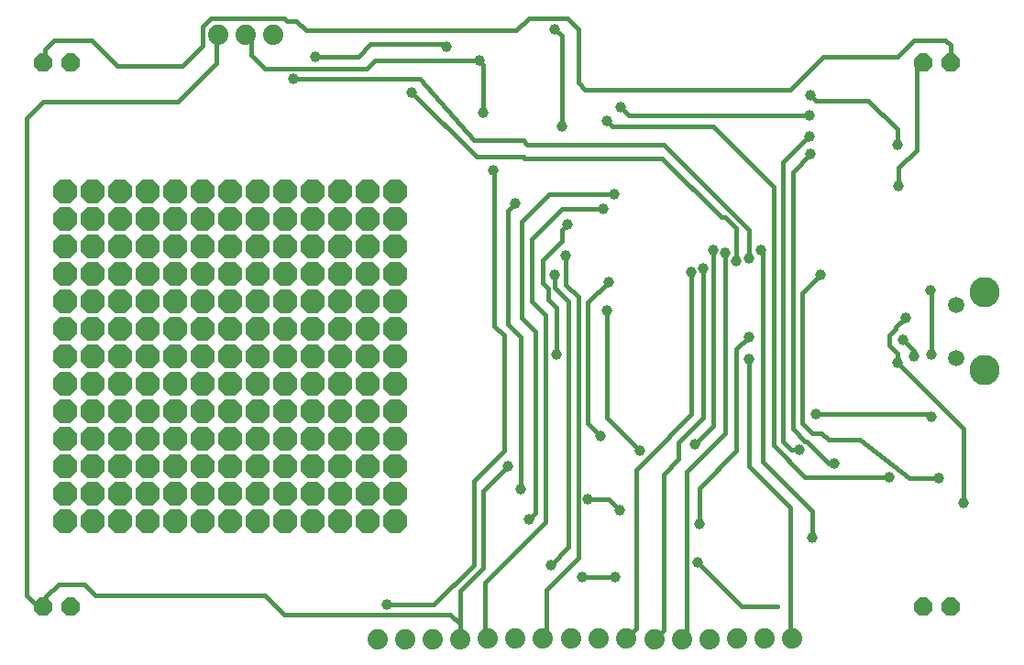
<source format=gbl>
G75*
G70*
%OFA0B0*%
%FSLAX24Y24*%
%IPPOS*%
%LPD*%
%AMOC8*
5,1,8,0,0,1.08239X$1,22.5*
%
%ADD10OC8,0.0660*%
%ADD11C,0.0740*%
%ADD12OC8,0.0850*%
%ADD13C,0.1102*%
%ADD14C,0.0591*%
%ADD15C,0.0396*%
%ADD16C,0.0160*%
D10*
X001353Y002099D03*
X002353Y002099D03*
X002356Y021896D03*
X001356Y021896D03*
X033341Y021899D03*
X034341Y021899D03*
X034341Y002099D03*
X033341Y002099D03*
D11*
X028581Y000930D03*
X027581Y000930D03*
X026581Y000930D03*
X025569Y000899D03*
X024569Y000899D03*
X023569Y000899D03*
X022552Y000927D03*
X021552Y000927D03*
X020552Y000927D03*
X019529Y000925D03*
X018529Y000925D03*
X017529Y000925D03*
X016500Y000899D03*
X015500Y000899D03*
X014500Y000899D03*
X013500Y000899D03*
X009703Y022899D03*
X008703Y022899D03*
X007703Y022899D03*
D12*
X008150Y017199D03*
X009150Y017199D03*
X010150Y017199D03*
X011150Y017199D03*
X012150Y017199D03*
X013150Y017199D03*
X014150Y017199D03*
X014150Y016199D03*
X013150Y016199D03*
X012150Y016199D03*
X011150Y016199D03*
X010150Y016199D03*
X009150Y016199D03*
X008150Y016199D03*
X007150Y016199D03*
X006150Y016199D03*
X005150Y016199D03*
X004150Y016199D03*
X003150Y016199D03*
X002150Y016199D03*
X002150Y017199D03*
X003150Y017199D03*
X004150Y017199D03*
X005150Y017199D03*
X006150Y017199D03*
X007150Y017199D03*
X007150Y015199D03*
X006150Y015199D03*
X005150Y015199D03*
X004150Y015199D03*
X003150Y015199D03*
X002150Y015199D03*
X002150Y014199D03*
X003150Y014199D03*
X004150Y014199D03*
X005150Y014199D03*
X006150Y014199D03*
X007150Y014199D03*
X008150Y014199D03*
X009150Y014199D03*
X010150Y014199D03*
X011150Y014199D03*
X012150Y014199D03*
X013150Y014199D03*
X014150Y014199D03*
X014150Y015199D03*
X013150Y015199D03*
X012150Y015199D03*
X011150Y015199D03*
X010150Y015199D03*
X009150Y015199D03*
X008150Y015199D03*
X008150Y013199D03*
X009150Y013199D03*
X010150Y013199D03*
X011150Y013199D03*
X012150Y013199D03*
X013150Y013199D03*
X014150Y013199D03*
X014150Y012199D03*
X013150Y012199D03*
X012150Y012199D03*
X011150Y012199D03*
X010150Y012199D03*
X009150Y012199D03*
X008150Y012199D03*
X007150Y012199D03*
X006150Y012199D03*
X005150Y012199D03*
X004150Y012199D03*
X003150Y012199D03*
X002150Y012199D03*
X002150Y011199D03*
X003150Y011199D03*
X004150Y011199D03*
X005150Y011199D03*
X006150Y011199D03*
X007150Y011199D03*
X008150Y011199D03*
X009150Y011199D03*
X010150Y011199D03*
X011150Y011199D03*
X012150Y011199D03*
X013150Y011199D03*
X014150Y011199D03*
X014150Y010199D03*
X013150Y010199D03*
X012150Y010199D03*
X011150Y010199D03*
X010150Y010199D03*
X009150Y010199D03*
X008150Y010199D03*
X007150Y010199D03*
X006150Y010199D03*
X005150Y010199D03*
X004150Y010199D03*
X003150Y010199D03*
X002150Y010199D03*
X002150Y009199D03*
X003150Y009199D03*
X004150Y009199D03*
X005150Y009199D03*
X006150Y009199D03*
X007150Y009199D03*
X008150Y009199D03*
X009150Y009199D03*
X010150Y009199D03*
X011150Y009199D03*
X012150Y009199D03*
X013150Y009199D03*
X014150Y009199D03*
X014150Y008199D03*
X013150Y008199D03*
X012150Y008199D03*
X011150Y008199D03*
X010150Y008199D03*
X009150Y008199D03*
X008150Y008199D03*
X007150Y008199D03*
X006150Y008199D03*
X005150Y008199D03*
X004150Y008199D03*
X003150Y008199D03*
X002150Y008199D03*
X002150Y007199D03*
X003150Y007199D03*
X004150Y007199D03*
X005150Y007199D03*
X006150Y007199D03*
X007150Y007199D03*
X008150Y007199D03*
X009150Y007199D03*
X010150Y007199D03*
X011150Y007199D03*
X012150Y007199D03*
X013150Y007199D03*
X014150Y007199D03*
X014150Y006199D03*
X013150Y006199D03*
X012150Y006199D03*
X011150Y006199D03*
X010150Y006199D03*
X009150Y006199D03*
X008150Y006199D03*
X007150Y006199D03*
X006150Y006199D03*
X005150Y006199D03*
X004150Y006199D03*
X003150Y006199D03*
X002150Y006199D03*
X002150Y005199D03*
X003150Y005199D03*
X004150Y005199D03*
X005150Y005199D03*
X006150Y005199D03*
X007150Y005199D03*
X008150Y005199D03*
X009150Y005199D03*
X010150Y005199D03*
X011150Y005199D03*
X012150Y005199D03*
X013150Y005199D03*
X014150Y005199D03*
X007150Y013199D03*
X006150Y013199D03*
X005150Y013199D03*
X004150Y013199D03*
X003150Y013199D03*
X002150Y013199D03*
D13*
X035583Y013510D03*
X035583Y010675D03*
D14*
X034559Y011128D03*
X034559Y013037D03*
D15*
X033600Y013599D03*
X032700Y012599D03*
X032600Y011799D03*
X033000Y011199D03*
X032400Y010949D03*
X033650Y011249D03*
X033650Y008999D03*
X033900Y006749D03*
X034800Y005849D03*
X032100Y006799D03*
X030100Y007299D03*
X028850Y007799D03*
X029450Y009099D03*
X027000Y011099D03*
X027000Y011899D03*
X024900Y014249D03*
X025350Y014399D03*
X025700Y015049D03*
X026150Y014949D03*
X026550Y014649D03*
X027000Y014749D03*
X027450Y015049D03*
X029600Y014149D03*
X032450Y017399D03*
X032400Y018899D03*
X029250Y018549D03*
X029200Y019199D03*
X029200Y019949D03*
X029250Y020699D03*
X022350Y020249D03*
X021850Y019749D03*
X020200Y019549D03*
X017700Y017949D03*
X018500Y016749D03*
X020400Y015999D03*
X021700Y016549D03*
X022100Y017099D03*
X020350Y014849D03*
X019950Y014149D03*
X021900Y013899D03*
X021850Y012849D03*
X020000Y011249D03*
X021600Y008299D03*
X023050Y007749D03*
X025050Y007999D03*
X022300Y005599D03*
X021150Y005999D03*
X019000Y005249D03*
X018700Y006349D03*
X018250Y007199D03*
X019800Y003599D03*
X020950Y003149D03*
X022150Y003149D03*
X025150Y003699D03*
X025200Y005099D03*
X029300Y004599D03*
X013850Y002149D03*
X017350Y020049D03*
X014750Y020799D03*
X017200Y021949D03*
X016000Y022449D03*
X019950Y023099D03*
X011250Y022099D03*
X010450Y021299D03*
D16*
X000750Y002499D02*
X001150Y002099D01*
X001353Y002099D01*
X001450Y002196D01*
X001450Y002449D01*
X001900Y002899D01*
X002850Y002899D01*
X003250Y002499D01*
X009400Y002499D01*
X010100Y001799D01*
X016150Y001799D01*
X016500Y001449D01*
X016500Y002649D01*
X017350Y003499D01*
X017350Y006299D01*
X018250Y007199D01*
X018100Y007749D02*
X018100Y011949D01*
X017750Y012299D01*
X017750Y017899D01*
X017700Y017949D01*
X017100Y018449D02*
X014750Y020799D01*
X015050Y021299D02*
X010450Y021299D01*
X009400Y021649D02*
X008900Y022149D01*
X008900Y022702D01*
X008703Y022899D01*
X007703Y022899D02*
X007650Y022846D01*
X007650Y021849D01*
X006250Y020449D01*
X001350Y020449D01*
X000750Y019849D01*
X000750Y002499D01*
X013850Y002149D02*
X015550Y002149D01*
X017000Y003599D01*
X017000Y006649D01*
X018100Y007749D01*
X018700Y006349D02*
X018700Y011899D01*
X018250Y012349D01*
X018250Y016499D01*
X018500Y016749D01*
X018750Y016099D02*
X018750Y012599D01*
X019250Y012099D01*
X019250Y005499D01*
X019000Y005249D01*
X019600Y005149D02*
X017400Y002949D01*
X017400Y001053D01*
X017529Y000925D01*
X016500Y000899D02*
X016500Y001449D01*
X019529Y000925D02*
X019650Y001046D01*
X019650Y002699D01*
X020800Y003849D01*
X020800Y013349D01*
X020350Y013799D01*
X020350Y014849D01*
X020200Y015399D02*
X019500Y014699D01*
X019500Y013849D01*
X019700Y013649D01*
X019700Y013249D01*
X020000Y012949D01*
X020000Y011249D01*
X019600Y012699D02*
X019600Y005149D01*
X020450Y004249D02*
X019800Y003599D01*
X020450Y004249D02*
X020450Y013199D01*
X019950Y013699D01*
X019950Y014149D01*
X019100Y013199D02*
X019600Y012699D01*
X019100Y013199D02*
X019100Y015449D01*
X020200Y016549D01*
X021700Y016549D01*
X022100Y017099D02*
X019750Y017099D01*
X018750Y016099D01*
X020200Y015799D02*
X020200Y015399D01*
X020200Y015799D02*
X020400Y015999D01*
X021900Y013899D02*
X021150Y013149D01*
X021150Y008749D01*
X021600Y008299D01*
X021850Y008949D02*
X023050Y007749D01*
X022900Y007049D02*
X022900Y001276D01*
X022552Y000927D01*
X023569Y000899D02*
X023900Y001229D01*
X023900Y006899D01*
X024450Y007449D01*
X024450Y008049D01*
X025350Y008949D01*
X025350Y014399D01*
X024900Y014249D02*
X024900Y009099D01*
X024100Y008299D01*
X024100Y008249D01*
X022900Y007049D01*
X021900Y005999D02*
X022300Y005599D01*
X021900Y005999D02*
X021150Y005999D01*
X024750Y006999D02*
X024750Y001079D01*
X024569Y000899D01*
X026750Y002099D02*
X028050Y002099D01*
X028500Y001011D02*
X028581Y000930D01*
X028500Y001011D02*
X028500Y005699D01*
X027000Y007199D01*
X027000Y011099D01*
X026550Y011449D02*
X027000Y011899D01*
X026550Y011449D02*
X026550Y007749D01*
X025200Y006399D01*
X025200Y005099D01*
X025150Y003699D02*
X026750Y002099D01*
X029300Y004599D02*
X029300Y005549D01*
X027500Y007349D01*
X027500Y014999D01*
X027450Y015049D01*
X027000Y014749D02*
X027000Y015799D01*
X023900Y018899D01*
X018950Y018899D01*
X018800Y019049D01*
X017000Y019049D01*
X015050Y021299D01*
X013400Y021949D02*
X013100Y021649D01*
X009400Y021649D01*
X011250Y022099D02*
X012800Y022099D01*
X013250Y022549D01*
X015900Y022549D01*
X016000Y022449D01*
X017200Y021949D02*
X017350Y021799D01*
X017350Y020049D01*
X017100Y018449D02*
X018800Y018449D01*
X018850Y018399D01*
X023850Y018399D01*
X026000Y016249D01*
X026150Y016249D01*
X026550Y015849D01*
X026550Y014649D01*
X026150Y014949D02*
X026150Y008399D01*
X024750Y006999D01*
X025050Y007999D02*
X025700Y008649D01*
X025700Y015049D01*
X028950Y013499D02*
X029600Y014149D01*
X029650Y014099D01*
X028950Y013499D02*
X028950Y008749D01*
X029300Y008399D01*
X029650Y008399D01*
X029900Y008149D01*
X031050Y008149D01*
X032850Y006749D01*
X033900Y006749D01*
X034800Y005849D02*
X034800Y008549D01*
X032400Y010949D01*
X032400Y011299D01*
X032100Y011599D01*
X032100Y011949D01*
X032350Y012199D01*
X032350Y012249D01*
X032700Y012599D01*
X032600Y011799D02*
X033000Y011399D01*
X033000Y011199D01*
X033650Y011249D02*
X033650Y013549D01*
X033600Y013599D01*
X032450Y017399D02*
X032450Y018049D01*
X033100Y018699D01*
X033100Y021658D01*
X033341Y021899D01*
X033000Y022699D02*
X032400Y022099D01*
X029700Y022099D01*
X028500Y020899D01*
X021050Y020899D01*
X020800Y021149D01*
X020800Y023099D01*
X020400Y023499D01*
X019000Y023499D01*
X018550Y023049D01*
X010900Y023049D01*
X010550Y023399D01*
X010200Y023399D01*
X010100Y023499D01*
X007450Y023499D01*
X007150Y023199D01*
X007150Y022499D01*
X006400Y021749D01*
X004050Y021749D01*
X003100Y022699D01*
X001750Y022699D01*
X001400Y022349D01*
X001400Y021939D01*
X001356Y021896D01*
X013400Y021949D02*
X017200Y021949D01*
X019950Y023099D02*
X020200Y022849D01*
X020200Y019549D01*
X021850Y019749D02*
X022050Y019549D01*
X025700Y019549D01*
X027900Y017349D01*
X027900Y007949D01*
X029050Y006799D01*
X032100Y006799D01*
X030100Y007299D02*
X029900Y007299D01*
X029100Y008099D01*
X029050Y008099D01*
X028600Y008549D01*
X028600Y017899D01*
X029250Y018549D01*
X028850Y018849D02*
X028250Y018249D01*
X028250Y008099D01*
X028550Y007799D01*
X028850Y007799D01*
X029450Y009099D02*
X033550Y009099D01*
X033650Y008999D01*
X022150Y003149D02*
X020950Y003149D01*
X021850Y008949D02*
X021850Y012849D01*
X028850Y018849D02*
X028975Y018974D01*
X029200Y019199D01*
X029200Y019949D02*
X022650Y019949D01*
X022350Y020249D01*
X029250Y020699D02*
X029450Y020499D01*
X031350Y020499D01*
X032400Y019449D01*
X032400Y018899D01*
X034341Y021899D02*
X034341Y022508D01*
X034150Y022699D01*
X033000Y022699D01*
M02*

</source>
